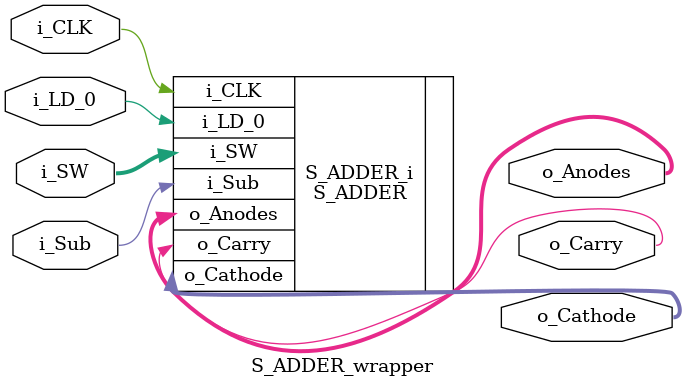
<source format=v>
`timescale 1 ps / 1 ps

module S_ADDER_wrapper
   (i_CLK,
    i_LD_0,
    i_SW,
    i_Sub,
    o_Anodes,
    o_Carry,
    o_Cathode);
  input i_CLK;
  input i_LD_0;
  input [7:0]i_SW;
  input i_Sub;
  output [3:0]o_Anodes;
  output o_Carry;
  output [6:0]o_Cathode;

  wire i_CLK;
  wire i_LD_0;
  wire [7:0]i_SW;
  wire i_Sub;
  wire [3:0]o_Anodes;
  wire o_Carry;
  wire [6:0]o_Cathode;

  S_ADDER S_ADDER_i
       (.i_CLK(i_CLK),
        .i_LD_0(i_LD_0),
        .i_SW(i_SW),
        .i_Sub(i_Sub),
        .o_Anodes(o_Anodes),
        .o_Carry(o_Carry),
        .o_Cathode(o_Cathode));
endmodule

</source>
